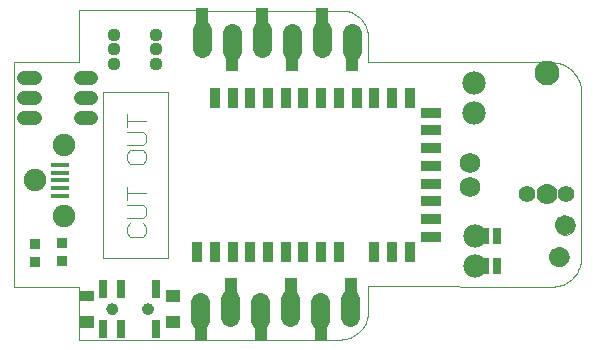
<source format=gts>
G75*
G70*
%OFA0B0*%
%FSLAX24Y24*%
%IPPOS*%
%LPD*%
%AMOC8*
5,1,8,0,0,1.08239X$1,22.5*
%
%ADD10C,0.0000*%
%ADD11C,0.0670*%
%ADD12C,0.0039*%
%ADD13R,0.0355X0.0355*%
%ADD14R,0.0360X0.0700*%
%ADD15R,0.0700X0.0360*%
%ADD16C,0.0473*%
%ADD17C,0.0780*%
%ADD18C,0.0680*%
%ADD19R,0.0591X0.0178*%
%ADD20C,0.0749*%
%ADD21R,0.0461X0.0390*%
%ADD22R,0.0457X0.0394*%
%ADD23R,0.0453X0.0378*%
%ADD24R,0.0472X0.0394*%
%ADD25R,0.0316X0.0631*%
%ADD26C,0.0394*%
%ADD27C,0.0437*%
%ADD28R,0.0434X0.0827*%
%ADD29C,0.0640*%
%ADD30C,0.0555*%
%ADD31C,0.0700*%
%ADD32C,0.0827*%
%ADD33R,0.0290X0.0540*%
D10*
X003148Y002009D02*
X003148Y009489D01*
X005313Y009489D01*
X005313Y011222D01*
X013990Y011206D01*
X014935Y010418D02*
X014935Y009501D01*
X021061Y009489D01*
X021123Y009487D01*
X021184Y009481D01*
X021245Y009472D01*
X021306Y009458D01*
X021365Y009441D01*
X021423Y009420D01*
X021480Y009395D01*
X021535Y009367D01*
X021588Y009336D01*
X021639Y009301D01*
X021688Y009263D01*
X021735Y009222D01*
X021778Y009179D01*
X021819Y009132D01*
X021857Y009083D01*
X021892Y009032D01*
X021923Y008979D01*
X021951Y008924D01*
X021976Y008867D01*
X021997Y008809D01*
X022014Y008750D01*
X022028Y008689D01*
X022037Y008628D01*
X022043Y008567D01*
X022045Y008505D01*
X022045Y002974D01*
X021002Y003013D02*
X021004Y003048D01*
X021010Y003083D01*
X021020Y003117D01*
X021033Y003150D01*
X021050Y003181D01*
X021071Y003209D01*
X021094Y003236D01*
X021121Y003259D01*
X021149Y003280D01*
X021180Y003297D01*
X021213Y003310D01*
X021247Y003320D01*
X021282Y003326D01*
X021317Y003328D01*
X021352Y003326D01*
X021387Y003320D01*
X021421Y003310D01*
X021454Y003297D01*
X021485Y003280D01*
X021513Y003259D01*
X021540Y003236D01*
X021563Y003209D01*
X021584Y003181D01*
X021601Y003150D01*
X021614Y003117D01*
X021624Y003083D01*
X021630Y003048D01*
X021632Y003013D01*
X021630Y002978D01*
X021624Y002943D01*
X021614Y002909D01*
X021601Y002876D01*
X021584Y002845D01*
X021563Y002817D01*
X021540Y002790D01*
X021513Y002767D01*
X021485Y002746D01*
X021454Y002729D01*
X021421Y002716D01*
X021387Y002706D01*
X021352Y002700D01*
X021317Y002698D01*
X021282Y002700D01*
X021247Y002706D01*
X021213Y002716D01*
X021180Y002729D01*
X021149Y002746D01*
X021121Y002767D01*
X021094Y002790D01*
X021071Y002817D01*
X021050Y002845D01*
X021033Y002876D01*
X021020Y002909D01*
X021010Y002943D01*
X021004Y002978D01*
X021002Y003013D01*
X021081Y002009D02*
X021142Y002011D01*
X021202Y002017D01*
X021262Y002026D01*
X021321Y002039D01*
X021379Y002056D01*
X021436Y002077D01*
X021492Y002101D01*
X021546Y002128D01*
X021598Y002159D01*
X021648Y002193D01*
X021696Y002230D01*
X021742Y002271D01*
X021784Y002313D01*
X021825Y002359D01*
X021862Y002407D01*
X021896Y002457D01*
X021927Y002509D01*
X021954Y002563D01*
X021978Y002619D01*
X021999Y002676D01*
X022016Y002734D01*
X022029Y002793D01*
X022038Y002853D01*
X022044Y002913D01*
X022046Y002974D01*
X021199Y004056D02*
X021201Y004091D01*
X021207Y004126D01*
X021217Y004160D01*
X021230Y004193D01*
X021247Y004224D01*
X021268Y004252D01*
X021291Y004279D01*
X021318Y004302D01*
X021346Y004323D01*
X021377Y004340D01*
X021410Y004353D01*
X021444Y004363D01*
X021479Y004369D01*
X021514Y004371D01*
X021549Y004369D01*
X021584Y004363D01*
X021618Y004353D01*
X021651Y004340D01*
X021682Y004323D01*
X021710Y004302D01*
X021737Y004279D01*
X021760Y004252D01*
X021781Y004224D01*
X021798Y004193D01*
X021811Y004160D01*
X021821Y004126D01*
X021827Y004091D01*
X021829Y004056D01*
X021827Y004021D01*
X021821Y003986D01*
X021811Y003952D01*
X021798Y003919D01*
X021781Y003888D01*
X021760Y003860D01*
X021737Y003833D01*
X021710Y003810D01*
X021682Y003789D01*
X021651Y003772D01*
X021618Y003759D01*
X021584Y003749D01*
X021549Y003743D01*
X021514Y003741D01*
X021479Y003743D01*
X021444Y003749D01*
X021410Y003759D01*
X021377Y003772D01*
X021346Y003789D01*
X021318Y003810D01*
X021291Y003833D01*
X021268Y003860D01*
X021247Y003888D01*
X021230Y003919D01*
X021217Y003952D01*
X021207Y003986D01*
X021201Y004021D01*
X021199Y004056D01*
X021081Y002009D02*
X014951Y002021D01*
X014951Y001210D01*
X014949Y001149D01*
X014943Y001089D01*
X014934Y001029D01*
X014921Y000970D01*
X014904Y000912D01*
X014883Y000855D01*
X014859Y000799D01*
X014832Y000745D01*
X014801Y000693D01*
X014767Y000643D01*
X014730Y000595D01*
X014689Y000549D01*
X014647Y000507D01*
X014601Y000466D01*
X014553Y000429D01*
X014503Y000395D01*
X014451Y000364D01*
X014397Y000337D01*
X014341Y000313D01*
X014284Y000292D01*
X014226Y000275D01*
X014167Y000262D01*
X014107Y000253D01*
X014047Y000247D01*
X013986Y000245D01*
X005293Y000237D01*
X005293Y002009D01*
X003148Y002009D01*
X006234Y001273D02*
X006236Y001299D01*
X006242Y001325D01*
X006252Y001350D01*
X006265Y001373D01*
X006281Y001393D01*
X006301Y001411D01*
X006323Y001426D01*
X006346Y001438D01*
X006372Y001446D01*
X006398Y001450D01*
X006424Y001450D01*
X006450Y001446D01*
X006476Y001438D01*
X006500Y001426D01*
X006521Y001411D01*
X006541Y001393D01*
X006557Y001373D01*
X006570Y001350D01*
X006580Y001325D01*
X006586Y001299D01*
X006588Y001273D01*
X006586Y001247D01*
X006580Y001221D01*
X006570Y001196D01*
X006557Y001173D01*
X006541Y001153D01*
X006521Y001135D01*
X006499Y001120D01*
X006476Y001108D01*
X006450Y001100D01*
X006424Y001096D01*
X006398Y001096D01*
X006372Y001100D01*
X006346Y001108D01*
X006322Y001120D01*
X006301Y001135D01*
X006281Y001153D01*
X006265Y001173D01*
X006252Y001196D01*
X006242Y001221D01*
X006236Y001247D01*
X006234Y001273D01*
X007415Y001273D02*
X007417Y001299D01*
X007423Y001325D01*
X007433Y001350D01*
X007446Y001373D01*
X007462Y001393D01*
X007482Y001411D01*
X007504Y001426D01*
X007527Y001438D01*
X007553Y001446D01*
X007579Y001450D01*
X007605Y001450D01*
X007631Y001446D01*
X007657Y001438D01*
X007681Y001426D01*
X007702Y001411D01*
X007722Y001393D01*
X007738Y001373D01*
X007751Y001350D01*
X007761Y001325D01*
X007767Y001299D01*
X007769Y001273D01*
X007767Y001247D01*
X007761Y001221D01*
X007751Y001196D01*
X007738Y001173D01*
X007722Y001153D01*
X007702Y001135D01*
X007680Y001120D01*
X007657Y001108D01*
X007631Y001100D01*
X007605Y001096D01*
X007579Y001096D01*
X007553Y001100D01*
X007527Y001108D01*
X007503Y001120D01*
X007482Y001135D01*
X007462Y001153D01*
X007446Y001173D01*
X007433Y001196D01*
X007423Y001221D01*
X007417Y001247D01*
X007415Y001273D01*
X007447Y003682D02*
X007007Y003682D01*
X006896Y003792D01*
X006896Y004012D01*
X007007Y004123D01*
X006896Y004290D02*
X007447Y004290D01*
X007557Y004400D01*
X007557Y004620D01*
X007447Y004730D01*
X006896Y004730D01*
X006896Y004898D02*
X006896Y005338D01*
X006896Y005118D02*
X007557Y005118D01*
X007447Y006113D02*
X007007Y006113D01*
X006896Y006223D01*
X006896Y006443D01*
X007007Y006553D01*
X007447Y006553D01*
X007557Y006443D01*
X007557Y006223D01*
X007447Y006113D01*
X007447Y006721D02*
X006896Y006721D01*
X007447Y006721D02*
X007557Y006831D01*
X007557Y007051D01*
X007447Y007161D01*
X006896Y007161D01*
X006896Y007328D02*
X006896Y007769D01*
X006896Y007549D02*
X007557Y007549D01*
X007447Y004123D02*
X007557Y004012D01*
X007557Y003792D01*
X007447Y003682D01*
X013990Y011206D02*
X014047Y011210D01*
X014104Y011209D01*
X014161Y011205D01*
X014217Y011197D01*
X014273Y011186D01*
X014328Y011171D01*
X014382Y011152D01*
X014434Y011130D01*
X014485Y011104D01*
X014534Y011075D01*
X014581Y011043D01*
X014626Y011008D01*
X014668Y010970D01*
X014708Y010930D01*
X014746Y010887D01*
X014780Y010841D01*
X014811Y010794D01*
X014839Y010744D01*
X014864Y010693D01*
X014886Y010640D01*
X014903Y010586D01*
X014918Y010531D01*
X014928Y010475D01*
X014935Y010419D01*
D11*
X021514Y004056D03*
X021317Y003013D03*
D12*
X008285Y002974D02*
X006100Y002974D01*
X006100Y008485D01*
X008285Y008485D01*
X008285Y002974D01*
D13*
X004750Y002883D03*
X003833Y002838D03*
X003833Y003428D03*
X004750Y003474D03*
D14*
X009246Y003178D03*
X009837Y003178D03*
X010427Y003178D03*
X011018Y003178D03*
X011608Y003178D03*
X012199Y003178D03*
X012789Y003178D03*
X013380Y003178D03*
X013970Y003178D03*
X015151Y003178D03*
X015742Y003178D03*
X016333Y003178D03*
X016333Y008296D03*
X015742Y008296D03*
X015151Y008296D03*
X014561Y008296D03*
X013970Y008296D03*
X013380Y008296D03*
X012789Y008296D03*
X012199Y008296D03*
X011608Y008296D03*
X011018Y008296D03*
X010427Y008296D03*
X009837Y008296D03*
D15*
X017037Y007812D03*
X017037Y007222D03*
X017037Y006631D03*
X017037Y006040D03*
X017037Y005450D03*
X017037Y004859D03*
X017037Y004269D03*
X017037Y003678D03*
D16*
X005722Y007643D02*
X005368Y007643D01*
X005722Y007643D02*
X005722Y007643D01*
X005368Y007643D01*
X005368Y007643D01*
X005368Y008312D02*
X005722Y008312D01*
X005722Y008312D01*
X005368Y008312D01*
X005368Y008312D01*
X005368Y008981D02*
X005722Y008981D01*
X005722Y008981D01*
X005368Y008981D01*
X005368Y008981D01*
X003832Y008981D02*
X003478Y008981D01*
X003832Y008981D02*
X003832Y008981D01*
X003478Y008981D01*
X003478Y008981D01*
X003478Y008312D02*
X003832Y008312D01*
X003832Y008312D01*
X003478Y008312D01*
X003478Y008312D01*
X003478Y007643D02*
X003832Y007643D01*
X003832Y007643D01*
X003478Y007643D01*
X003478Y007643D01*
D17*
X018478Y007800D03*
X018478Y008800D03*
X018514Y003706D03*
X018514Y002706D03*
D18*
X018344Y005336D03*
X018344Y006123D03*
D19*
X004683Y006064D03*
X004683Y005808D03*
X004683Y005552D03*
X004683Y005296D03*
X004683Y005040D03*
D20*
X004821Y004371D03*
X003837Y005552D03*
X004821Y006733D03*
D21*
X008441Y001708D03*
D22*
X005565Y000840D03*
D23*
X005563Y001702D03*
D24*
X008443Y000840D03*
D25*
X007888Y000584D03*
X006707Y000584D03*
X006116Y000584D03*
X006116Y001934D03*
X006707Y001934D03*
X007888Y001934D03*
D26*
X007592Y001273D03*
X006411Y001273D03*
D27*
X006474Y009430D03*
X006474Y009922D03*
X006474Y010414D03*
X007872Y010414D03*
X007872Y009922D03*
X007872Y009430D03*
D28*
X009407Y010887D03*
X011407Y010887D03*
X013407Y010887D03*
X012407Y009588D03*
X010407Y009588D03*
X014407Y009588D03*
X014368Y001891D03*
X012368Y001891D03*
X010368Y001891D03*
X009368Y000592D03*
X011368Y000592D03*
X013368Y000592D03*
D29*
X013358Y000890D02*
X013358Y001490D01*
X012358Y001590D02*
X012358Y000990D01*
X011358Y000890D02*
X011358Y001490D01*
X010358Y001590D02*
X010358Y000990D01*
X009358Y000890D02*
X009358Y001490D01*
X014358Y001590D02*
X014358Y000990D01*
X014407Y009877D02*
X014407Y010477D01*
X013407Y010577D02*
X013407Y009977D01*
X012407Y009877D02*
X012407Y010477D01*
X011407Y010577D02*
X011407Y009977D01*
X010407Y009877D02*
X010407Y010477D01*
X009407Y010577D02*
X009407Y009977D01*
D30*
X020242Y005105D03*
X021541Y005105D03*
D31*
X020892Y005105D03*
D32*
X020892Y009121D03*
D33*
X019233Y003702D03*
X018833Y003702D03*
X018833Y002698D03*
X019233Y002698D03*
M02*

</source>
